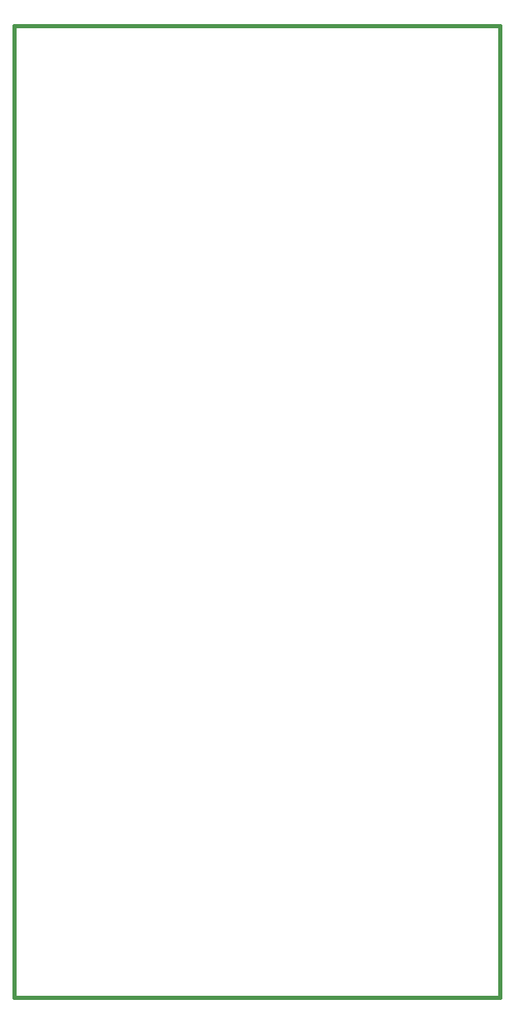
<source format=gko>
G04 (created by PCBNEW-RS274X (2012-apr-16-27)-stable) date dom 23 mar 2014 15:10:17 CET*
G01*
G70*
G90*
%MOIN*%
G04 Gerber Fmt 3.4, Leading zero omitted, Abs format*
%FSLAX34Y34*%
G04 APERTURE LIST*
%ADD10C,0.008000*%
%ADD11C,0.015000*%
G04 APERTURE END LIST*
G54D10*
G54D11*
X32000Y-54000D02*
X51500Y-54000D01*
X32000Y-15000D02*
X32000Y-54000D01*
X51500Y-15000D02*
X32000Y-15000D01*
X51500Y-54000D02*
X51500Y-15000D01*
M02*

</source>
